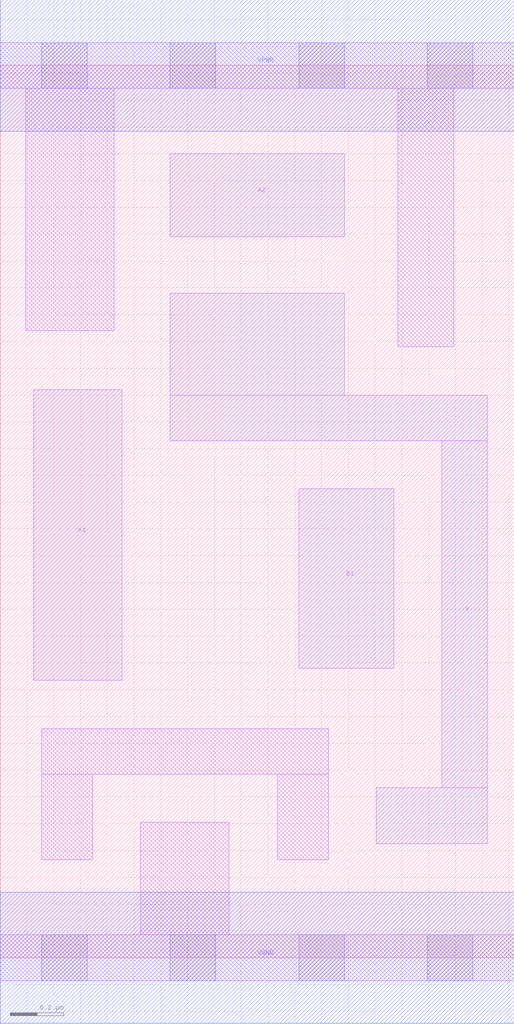
<source format=lef>
# Copyright 2020 The SkyWater PDK Authors
#
# Licensed under the Apache License, Version 2.0 (the "License");
# you may not use this file except in compliance with the License.
# You may obtain a copy of the License at
#
#     https://www.apache.org/licenses/LICENSE-2.0
#
# Unless required by applicable law or agreed to in writing, software
# distributed under the License is distributed on an "AS IS" BASIS,
# WITHOUT WARRANTIES OR CONDITIONS OF ANY KIND, either express or implied.
# See the License for the specific language governing permissions and
# limitations under the License.
#
# SPDX-License-Identifier: Apache-2.0

VERSION 5.7 ;
  NOWIREEXTENSIONATPIN ON ;
  DIVIDERCHAR "/" ;
  BUSBITCHARS "[]" ;
UNITS
  DATABASE MICRONS 200 ;
END UNITS
MACRO sky130_fd_sc_lp__o21ai_m
  CLASS CORE ;
  FOREIGN sky130_fd_sc_lp__o21ai_m ;
  ORIGIN  0.000000  0.000000 ;
  SIZE  1.920000 BY  3.330000 ;
  SYMMETRY X Y R90 ;
  SITE unit ;
  PIN A1
    ANTENNAGATEAREA  0.126000 ;
    DIRECTION INPUT ;
    USE SIGNAL ;
    PORT
      LAYER li1 ;
        RECT 0.125000 1.035000 0.455000 2.120000 ;
    END
  END A1
  PIN A2
    ANTENNAGATEAREA  0.126000 ;
    DIRECTION INPUT ;
    USE SIGNAL ;
    PORT
      LAYER li1 ;
        RECT 0.635000 2.690000 1.285000 3.000000 ;
    END
  END A2
  PIN B1
    ANTENNAGATEAREA  0.126000 ;
    DIRECTION INPUT ;
    USE SIGNAL ;
    PORT
      LAYER li1 ;
        RECT 1.115000 1.080000 1.470000 1.750000 ;
    END
  END B1
  PIN Y
    ANTENNADIFFAREA  0.283500 ;
    DIRECTION OUTPUT ;
    USE SIGNAL ;
    PORT
      LAYER li1 ;
        RECT 0.635000 1.930000 1.820000 2.100000 ;
        RECT 0.635000 2.100000 1.285000 2.480000 ;
        RECT 1.405000 0.425000 1.820000 0.635000 ;
        RECT 1.650000 0.635000 1.820000 1.930000 ;
    END
  END Y
  PIN VGND
    DIRECTION INOUT ;
    USE GROUND ;
    PORT
      LAYER met1 ;
        RECT 0.000000 -0.245000 1.920000 0.245000 ;
    END
  END VGND
  PIN VPWR
    DIRECTION INOUT ;
    USE POWER ;
    PORT
      LAYER met1 ;
        RECT 0.000000 3.085000 1.920000 3.575000 ;
    END
  END VPWR
  OBS
    LAYER li1 ;
      RECT 0.000000 -0.085000 1.920000 0.085000 ;
      RECT 0.000000  3.245000 1.920000 3.415000 ;
      RECT 0.095000  2.340000 0.425000 3.245000 ;
      RECT 0.155000  0.365000 0.345000 0.685000 ;
      RECT 0.155000  0.685000 1.225000 0.855000 ;
      RECT 0.525000  0.085000 0.855000 0.505000 ;
      RECT 1.035000  0.365000 1.225000 0.685000 ;
      RECT 1.485000  2.280000 1.695000 3.245000 ;
    LAYER mcon ;
      RECT 0.155000 -0.085000 0.325000 0.085000 ;
      RECT 0.155000  3.245000 0.325000 3.415000 ;
      RECT 0.635000 -0.085000 0.805000 0.085000 ;
      RECT 0.635000  3.245000 0.805000 3.415000 ;
      RECT 1.115000 -0.085000 1.285000 0.085000 ;
      RECT 1.115000  3.245000 1.285000 3.415000 ;
      RECT 1.595000 -0.085000 1.765000 0.085000 ;
      RECT 1.595000  3.245000 1.765000 3.415000 ;
  END
END sky130_fd_sc_lp__o21ai_m
END LIBRARY

</source>
